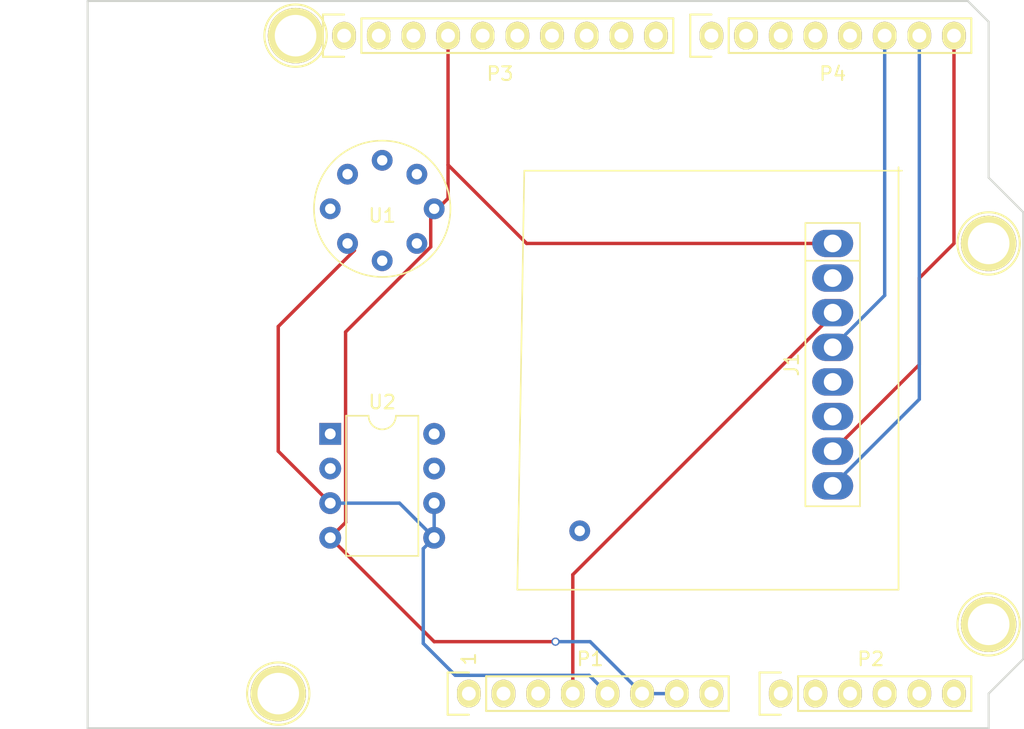
<source format=kicad_pcb>
(kicad_pcb (version 20171130) (host pcbnew "(5.1.8)-1")

  (general
    (thickness 1.6)
    (drawings 27)
    (tracks 38)
    (zones 0)
    (modules 11)
    (nets 43)
  )

  (page A4)
  (title_block
    (date "lun. 30 mars 2015")
  )

  (layers
    (0 F.Cu signal)
    (31 B.Cu signal)
    (32 B.Adhes user)
    (33 F.Adhes user)
    (34 B.Paste user)
    (35 F.Paste user)
    (36 B.SilkS user)
    (37 F.SilkS user)
    (38 B.Mask user)
    (39 F.Mask user)
    (40 Dwgs.User user)
    (41 Cmts.User user)
    (42 Eco1.User user)
    (43 Eco2.User user)
    (44 Edge.Cuts user)
    (45 Margin user)
    (46 B.CrtYd user)
    (47 F.CrtYd user)
    (48 B.Fab user)
    (49 F.Fab user)
  )

  (setup
    (last_trace_width 0.25)
    (trace_clearance 0.2)
    (zone_clearance 0.508)
    (zone_45_only no)
    (trace_min 0.2)
    (via_size 0.6)
    (via_drill 0.4)
    (via_min_size 0.4)
    (via_min_drill 0.3)
    (uvia_size 0.3)
    (uvia_drill 0.1)
    (uvias_allowed no)
    (uvia_min_size 0.2)
    (uvia_min_drill 0.1)
    (edge_width 0.15)
    (segment_width 0.15)
    (pcb_text_width 0.3)
    (pcb_text_size 1.5 1.5)
    (mod_edge_width 0.15)
    (mod_text_size 1 1)
    (mod_text_width 0.15)
    (pad_size 4.064 4.064)
    (pad_drill 3.048)
    (pad_to_mask_clearance 0)
    (aux_axis_origin 110.998 126.365)
    (grid_origin 110.998 126.365)
    (visible_elements 7FFFFFFF)
    (pcbplotparams
      (layerselection 0x00030_80000001)
      (usegerberextensions false)
      (usegerberattributes false)
      (usegerberadvancedattributes false)
      (creategerberjobfile false)
      (excludeedgelayer true)
      (linewidth 0.100000)
      (plotframeref false)
      (viasonmask false)
      (mode 1)
      (useauxorigin false)
      (hpglpennumber 1)
      (hpglpenspeed 20)
      (hpglpendiameter 15.000000)
      (psnegative false)
      (psa4output false)
      (plotreference true)
      (plotvalue true)
      (plotinvisibletext false)
      (padsonsilk false)
      (subtractmaskfromsilk false)
      (outputformat 1)
      (mirror false)
      (drillshape 1)
      (scaleselection 1)
      (outputdirectory ""))
  )

  (net 0 "")
  (net 1 /IOREF)
  (net 2 /Reset)
  (net 3 +5V)
  (net 4 GND)
  (net 5 /Vin)
  (net 6 /A0)
  (net 7 /A1)
  (net 8 /A2)
  (net 9 /A3)
  (net 10 /AREF)
  (net 11 "/A4(SDA)")
  (net 12 "/A5(SCL)")
  (net 13 "/9(**)")
  (net 14 /8)
  (net 15 /7)
  (net 16 "/6(**)")
  (net 17 "/5(**)")
  (net 18 /4)
  (net 19 "/3(**)")
  (net 20 /2)
  (net 21 "/1(Tx)")
  (net 22 "/0(Rx)")
  (net 23 "Net-(P5-Pad1)")
  (net 24 "Net-(P6-Pad1)")
  (net 25 "Net-(P7-Pad1)")
  (net 26 "Net-(P8-Pad1)")
  (net 27 "/13(SCK)")
  (net 28 "/10(**/SS)")
  (net 29 "Net-(P1-Pad1)")
  (net 30 +3V3)
  (net 31 "/12(MISO)")
  (net 32 "/11(**/MOSI)")
  (net 33 "Net-(J1-Pad2)")
  (net 34 "Net-(J1-Pad5)")
  (net 35 "Net-(J1-Pad6)")
  (net 36 "Net-(P3-Pad1)")
  (net 37 "Net-(P3-Pad2)")
  (net 38 "Net-(R4-Pad2)")
  (net 39 "Net-(U2-Pad1)")
  (net 40 "Net-(U2-Pad2)")
  (net 41 "Net-(U2-Pad7)")
  (net 42 "Net-(C4-Pad2)")

  (net_class Default "This is the default net class."
    (clearance 0.2)
    (trace_width 0.25)
    (via_dia 0.6)
    (via_drill 0.4)
    (uvia_dia 0.3)
    (uvia_drill 0.1)
    (add_net +3V3)
    (add_net +5V)
    (add_net "/0(Rx)")
    (add_net "/1(Tx)")
    (add_net "/10(**/SS)")
    (add_net "/11(**/MOSI)")
    (add_net "/12(MISO)")
    (add_net "/13(SCK)")
    (add_net /2)
    (add_net "/3(**)")
    (add_net /4)
    (add_net "/5(**)")
    (add_net "/6(**)")
    (add_net /7)
    (add_net /8)
    (add_net "/9(**)")
    (add_net /A0)
    (add_net /A1)
    (add_net /A2)
    (add_net /A3)
    (add_net "/A4(SDA)")
    (add_net "/A5(SCL)")
    (add_net /AREF)
    (add_net /IOREF)
    (add_net /Reset)
    (add_net /Vin)
    (add_net GND)
    (add_net "Net-(C4-Pad2)")
    (add_net "Net-(J1-Pad2)")
    (add_net "Net-(J1-Pad5)")
    (add_net "Net-(J1-Pad6)")
    (add_net "Net-(P1-Pad1)")
    (add_net "Net-(P3-Pad1)")
    (add_net "Net-(P3-Pad2)")
    (add_net "Net-(P5-Pad1)")
    (add_net "Net-(P6-Pad1)")
    (add_net "Net-(P7-Pad1)")
    (add_net "Net-(P8-Pad1)")
    (add_net "Net-(R4-Pad2)")
    (add_net "Net-(U2-Pad1)")
    (add_net "Net-(U2-Pad2)")
    (add_net "Net-(U2-Pad7)")
  )

  (module Capteur_AIME:Capteur_AIME (layer F.Cu) (tedit 5FE74ECC) (tstamp 5FD2495A)
    (at 132.588 88.265)
    (path /5FD696F0)
    (fp_text reference U1 (at 0 0.5) (layer F.SilkS)
      (effects (font (size 1 1) (thickness 0.15)))
    )
    (fp_text value Capteur_AIME (at 0 -0.5) (layer F.Fab)
      (effects (font (size 0.2 1) (thickness 0.05)))
    )
    (fp_circle (center 0 0) (end 5 0) (layer F.SilkS) (width 0.12))
    (pad 2 thru_hole circle (at -2.54 -2.54) (size 1.524 1.524) (drill 0.762) (layers *.Cu *.Mask)
      (net 3 +5V))
    (pad 8 thru_hole circle (at -2.54 2.54) (size 1.524 1.524) (drill 0.762) (layers *.Cu *.Mask))
    (pad 6 thru_hole circle (at 2.54 2.54) (size 1.524 1.524) (drill 0.762) (layers *.Cu *.Mask))
    (pad 5 thru_hole circle (at 3.81 0) (size 1.524 1.524) (drill 0.762) (layers *.Cu *.Mask)
      (net 4 GND))
    (pad 3 thru_hole circle (at 0 -3.556) (size 1.524 1.524) (drill 0.762) (layers *.Cu *.Mask)
      (net 3 +5V))
    (pad 4 thru_hole circle (at 2.54 -2.54) (size 1.524 1.524) (drill 0.762) (layers *.Cu *.Mask)
      (net 38 "Net-(R4-Pad2)"))
    (pad 1 thru_hole circle (at -3.81 0) (size 1.524 1.524) (drill 0.762) (layers *.Cu *.Mask))
    (pad 7 thru_hole circle (at 0 3.81) (size 1.524 1.524) (drill 0.762) (layers *.Cu *.Mask))
  )

  (module Capteur_AIME:RN2483_new (layer F.Cu) (tedit 5FE74D6C) (tstamp 5FD24935)
    (at 165.608 99.695 270)
    (path /5FD277BF)
    (fp_text reference J1 (at 0 3 270) (layer F.SilkS)
      (effects (font (size 1 1) (thickness 0.15)))
    )
    (fp_text value Conn_01x08_Female (at 0 -3 270) (layer F.Fab)
      (effects (font (size 1 1) (thickness 0.15)))
    )
    (fp_line (start -10.39 -2) (end 10.39 -2) (layer F.SilkS) (width 0.12))
    (fp_line (start 10.39 -2) (end 10.39 2) (layer F.SilkS) (width 0.12))
    (fp_line (start 10.39 2) (end -10.39 2) (layer F.SilkS) (width 0.12))
    (fp_line (start -10.39 2) (end -10.39 -2) (layer F.SilkS) (width 0.12))
    (fp_line (start -7.62 -2) (end -7.62 2) (layer F.SilkS) (width 0.12))
    (fp_line (start -10.14 -1.75) (end 10.14 -1.75) (layer F.CrtYd) (width 0.05))
    (fp_line (start 10.14 -1.75) (end 10.14 1.75) (layer F.CrtYd) (width 0.05))
    (fp_line (start 10.14 1.75) (end -10.14 1.75) (layer F.CrtYd) (width 0.05))
    (fp_line (start -10.14 1.75) (end -10.14 -1.75) (layer F.CrtYd) (width 0.05))
    (fp_line (start -14.478 -4.826) (end 16.51 -4.826) (layer F.SilkS) (width 0.12))
    (fp_line (start 16.51 -4.826) (end 16.51 23.114) (layer F.SilkS) (width 0.12))
    (fp_line (start 16.51 23.114) (end -14.224 22.606) (layer F.SilkS) (width 0.12))
    (fp_line (start -14.224 22.606) (end -14.224 -5.08) (layer F.SilkS) (width 0.12))
    (pad 1 thru_hole oval (at -8.89 0 270) (size 2 3) (drill 1.3) (layers *.Cu *.Mask)
      (net 4 GND))
    (pad 2 thru_hole oval (at -6.35 0 270) (size 2 3) (drill 1.3) (layers *.Cu *.Mask)
      (net 33 "Net-(J1-Pad2)"))
    (pad 3 thru_hole oval (at -3.81 0 270) (size 2 3) (drill 1.3) (layers *.Cu *.Mask)
      (net 30 +3V3))
    (pad 4 thru_hole oval (at -1.27 0 270) (size 2 3) (drill 1.3) (layers *.Cu *.Mask)
      (net 20 /2))
    (pad 5 thru_hole oval (at 1.27 0 270) (size 2 3) (drill 1.3) (layers *.Cu *.Mask)
      (net 34 "Net-(J1-Pad5)"))
    (pad 6 thru_hole oval (at 3.81 0 270) (size 2 3) (drill 1.3) (layers *.Cu *.Mask)
      (net 35 "Net-(J1-Pad6)"))
    (pad 7 thru_hole oval (at 6.35 0 270) (size 2 3) (drill 1.3) (layers *.Cu *.Mask)
      (net 22 "/0(Rx)"))
    (pad 8 thru_hole oval (at 8.89 0 270) (size 2 3) (drill 1.3) (layers *.Cu *.Mask)
      (net 21 "/1(Tx)"))
    (pad 9 thru_hole circle (at 12.192 18.542 270) (size 1.524 1.524) (drill 0.762) (layers *.Cu *.Mask))
    (model ${KIPRJMOD}/Socket_Arduino_Uno.3dshapes/Socket_header_Arduino_1x08.wrl
      (at (xyz 0 0 0))
      (scale (xyz 1 1 1))
      (rotate (xyz 0 0 0))
    )
  )

  (module Socket_Arduino_Uno:Socket_Strip_Arduino_1x08 locked (layer F.Cu) (tedit 5FE74D47) (tstamp 551AF9EA)
    (at 138.938 123.825)
    (descr "Through hole socket strip")
    (tags "socket strip")
    (path /56D70129)
    (fp_text reference P1 (at 8.89 -2.54) (layer F.SilkS)
      (effects (font (size 1 1) (thickness 0.15)))
    )
    (fp_text value Power (at 8.89 -4.064) (layer F.Fab)
      (effects (font (size 1 1) (thickness 0.15)))
    )
    (fp_line (start -1.75 -1.75) (end -1.75 1.75) (layer F.CrtYd) (width 0.05))
    (fp_line (start 19.55 -1.75) (end 19.55 1.75) (layer F.CrtYd) (width 0.05))
    (fp_line (start -1.75 -1.75) (end 19.55 -1.75) (layer F.CrtYd) (width 0.05))
    (fp_line (start -1.75 1.75) (end 19.55 1.75) (layer F.CrtYd) (width 0.05))
    (fp_line (start 1.27 1.27) (end 19.05 1.27) (layer F.SilkS) (width 0.15))
    (fp_line (start 19.05 1.27) (end 19.05 -1.27) (layer F.SilkS) (width 0.15))
    (fp_line (start 19.05 -1.27) (end 1.27 -1.27) (layer F.SilkS) (width 0.15))
    (fp_line (start -1.55 1.55) (end 0 1.55) (layer F.SilkS) (width 0.15))
    (fp_line (start 1.27 1.27) (end 1.27 -1.27) (layer F.SilkS) (width 0.15))
    (fp_line (start 0 -1.55) (end -1.55 -1.55) (layer F.SilkS) (width 0.15))
    (fp_line (start -1.55 -1.55) (end -1.55 1.55) (layer F.SilkS) (width 0.15))
    (pad 1 thru_hole oval (at 0 0) (size 1.7272 2.032) (drill 1.016) (layers *.Cu *.Mask F.SilkS)
      (net 29 "Net-(P1-Pad1)"))
    (pad 2 thru_hole oval (at 2.54 0) (size 1.7272 2.032) (drill 1.016) (layers *.Cu *.Mask F.SilkS)
      (net 1 /IOREF))
    (pad 3 thru_hole oval (at 5.08 0) (size 1.7272 2.032) (drill 1.016) (layers *.Cu *.Mask F.SilkS)
      (net 2 /Reset))
    (pad 4 thru_hole oval (at 7.62 0) (size 1.7272 2.032) (drill 1.016) (layers *.Cu *.Mask F.SilkS)
      (net 30 +3V3))
    (pad 5 thru_hole oval (at 10.16 0) (size 1.7272 2.032) (drill 1.016) (layers *.Cu *.Mask F.SilkS)
      (net 3 +5V))
    (pad 6 thru_hole oval (at 12.7 0) (size 1.7272 2.032) (drill 1.016) (layers *.Cu *.Mask F.SilkS)
      (net 4 GND))
    (pad 7 thru_hole oval (at 15.24 0) (size 1.7272 2.032) (drill 1.016) (layers *.Cu *.Mask F.SilkS)
      (net 4 GND))
    (pad 8 thru_hole oval (at 17.78 0) (size 1.7272 2.032) (drill 1.016) (layers *.Cu *.Mask F.SilkS)
      (net 5 /Vin))
    (model ${KIPRJMOD}/Socket_Arduino_Uno.3dshapes/Socket_header_Arduino_1x08.wrl
      (offset (xyz 8.889999866485596 0 0))
      (scale (xyz 1 1 1))
      (rotate (xyz 0 0 180))
    )
  )

  (module Socket_Arduino_Uno:Socket_Strip_Arduino_1x06 locked (layer F.Cu) (tedit 552168D6) (tstamp 551AF9FF)
    (at 161.798 123.825)
    (descr "Through hole socket strip")
    (tags "socket strip")
    (path /56D70DD8)
    (fp_text reference P2 (at 6.604 -2.54) (layer F.SilkS)
      (effects (font (size 1 1) (thickness 0.15)))
    )
    (fp_text value Analog (at 6.604 -4.064) (layer F.Fab)
      (effects (font (size 1 1) (thickness 0.15)))
    )
    (fp_line (start -1.75 -1.75) (end -1.75 1.75) (layer F.CrtYd) (width 0.05))
    (fp_line (start 14.45 -1.75) (end 14.45 1.75) (layer F.CrtYd) (width 0.05))
    (fp_line (start -1.75 -1.75) (end 14.45 -1.75) (layer F.CrtYd) (width 0.05))
    (fp_line (start -1.75 1.75) (end 14.45 1.75) (layer F.CrtYd) (width 0.05))
    (fp_line (start 1.27 1.27) (end 13.97 1.27) (layer F.SilkS) (width 0.15))
    (fp_line (start 13.97 1.27) (end 13.97 -1.27) (layer F.SilkS) (width 0.15))
    (fp_line (start 13.97 -1.27) (end 1.27 -1.27) (layer F.SilkS) (width 0.15))
    (fp_line (start -1.55 1.55) (end 0 1.55) (layer F.SilkS) (width 0.15))
    (fp_line (start 1.27 1.27) (end 1.27 -1.27) (layer F.SilkS) (width 0.15))
    (fp_line (start 0 -1.55) (end -1.55 -1.55) (layer F.SilkS) (width 0.15))
    (fp_line (start -1.55 -1.55) (end -1.55 1.55) (layer F.SilkS) (width 0.15))
    (pad 1 thru_hole oval (at 0 0) (size 1.7272 2.032) (drill 1.016) (layers *.Cu *.Mask F.SilkS)
      (net 6 /A0))
    (pad 2 thru_hole oval (at 2.54 0) (size 1.7272 2.032) (drill 1.016) (layers *.Cu *.Mask F.SilkS)
      (net 7 /A1))
    (pad 3 thru_hole oval (at 5.08 0) (size 1.7272 2.032) (drill 1.016) (layers *.Cu *.Mask F.SilkS)
      (net 8 /A2))
    (pad 4 thru_hole oval (at 7.62 0) (size 1.7272 2.032) (drill 1.016) (layers *.Cu *.Mask F.SilkS)
      (net 9 /A3))
    (pad 5 thru_hole oval (at 10.16 0) (size 1.7272 2.032) (drill 1.016) (layers *.Cu *.Mask F.SilkS)
      (net 11 "/A4(SDA)"))
    (pad 6 thru_hole oval (at 12.7 0) (size 1.7272 2.032) (drill 1.016) (layers *.Cu *.Mask F.SilkS)
      (net 12 "/A5(SCL)"))
    (model ${KIPRJMOD}/Socket_Arduino_Uno.3dshapes/Socket_header_Arduino_1x06.wrl
      (offset (xyz 6.349999904632568 0 0))
      (scale (xyz 1 1 1))
      (rotate (xyz 0 0 180))
    )
  )

  (module Socket_Arduino_Uno:Socket_Strip_Arduino_1x10 locked (layer F.Cu) (tedit 552168BF) (tstamp 551AFA18)
    (at 129.794 75.565)
    (descr "Through hole socket strip")
    (tags "socket strip")
    (path /56D721E0)
    (fp_text reference P3 (at 11.43 2.794) (layer F.SilkS)
      (effects (font (size 1 1) (thickness 0.15)))
    )
    (fp_text value Digital (at 11.43 4.318) (layer F.Fab)
      (effects (font (size 1 1) (thickness 0.15)))
    )
    (fp_line (start -1.75 -1.75) (end -1.75 1.75) (layer F.CrtYd) (width 0.05))
    (fp_line (start 24.65 -1.75) (end 24.65 1.75) (layer F.CrtYd) (width 0.05))
    (fp_line (start -1.75 -1.75) (end 24.65 -1.75) (layer F.CrtYd) (width 0.05))
    (fp_line (start -1.75 1.75) (end 24.65 1.75) (layer F.CrtYd) (width 0.05))
    (fp_line (start 1.27 1.27) (end 24.13 1.27) (layer F.SilkS) (width 0.15))
    (fp_line (start 24.13 1.27) (end 24.13 -1.27) (layer F.SilkS) (width 0.15))
    (fp_line (start 24.13 -1.27) (end 1.27 -1.27) (layer F.SilkS) (width 0.15))
    (fp_line (start -1.55 1.55) (end 0 1.55) (layer F.SilkS) (width 0.15))
    (fp_line (start 1.27 1.27) (end 1.27 -1.27) (layer F.SilkS) (width 0.15))
    (fp_line (start 0 -1.55) (end -1.55 -1.55) (layer F.SilkS) (width 0.15))
    (fp_line (start -1.55 -1.55) (end -1.55 1.55) (layer F.SilkS) (width 0.15))
    (pad 1 thru_hole oval (at 0 0) (size 1.7272 2.032) (drill 1.016) (layers *.Cu *.Mask F.SilkS)
      (net 36 "Net-(P3-Pad1)"))
    (pad 2 thru_hole oval (at 2.54 0) (size 1.7272 2.032) (drill 1.016) (layers *.Cu *.Mask F.SilkS)
      (net 37 "Net-(P3-Pad2)"))
    (pad 3 thru_hole oval (at 5.08 0) (size 1.7272 2.032) (drill 1.016) (layers *.Cu *.Mask F.SilkS)
      (net 10 /AREF))
    (pad 4 thru_hole oval (at 7.62 0) (size 1.7272 2.032) (drill 1.016) (layers *.Cu *.Mask F.SilkS)
      (net 4 GND))
    (pad 5 thru_hole oval (at 10.16 0) (size 1.7272 2.032) (drill 1.016) (layers *.Cu *.Mask F.SilkS)
      (net 27 "/13(SCK)"))
    (pad 6 thru_hole oval (at 12.7 0) (size 1.7272 2.032) (drill 1.016) (layers *.Cu *.Mask F.SilkS)
      (net 31 "/12(MISO)"))
    (pad 7 thru_hole oval (at 15.24 0) (size 1.7272 2.032) (drill 1.016) (layers *.Cu *.Mask F.SilkS)
      (net 32 "/11(**/MOSI)"))
    (pad 8 thru_hole oval (at 17.78 0) (size 1.7272 2.032) (drill 1.016) (layers *.Cu *.Mask F.SilkS)
      (net 28 "/10(**/SS)"))
    (pad 9 thru_hole oval (at 20.32 0) (size 1.7272 2.032) (drill 1.016) (layers *.Cu *.Mask F.SilkS)
      (net 13 "/9(**)"))
    (pad 10 thru_hole oval (at 22.86 0) (size 1.7272 2.032) (drill 1.016) (layers *.Cu *.Mask F.SilkS)
      (net 14 /8))
    (model ${KIPRJMOD}/Socket_Arduino_Uno.3dshapes/Socket_header_Arduino_1x10.wrl
      (offset (xyz 11.42999982833862 0 0))
      (scale (xyz 1 1 1))
      (rotate (xyz 0 0 180))
    )
  )

  (module Socket_Arduino_Uno:Socket_Strip_Arduino_1x08 locked (layer F.Cu) (tedit 552168C7) (tstamp 551AFA2F)
    (at 156.718 75.565)
    (descr "Through hole socket strip")
    (tags "socket strip")
    (path /56D7164F)
    (fp_text reference P4 (at 8.89 2.794) (layer F.SilkS)
      (effects (font (size 1 1) (thickness 0.15)))
    )
    (fp_text value Digital (at 8.89 4.318) (layer F.Fab)
      (effects (font (size 1 1) (thickness 0.15)))
    )
    (fp_line (start -1.75 -1.75) (end -1.75 1.75) (layer F.CrtYd) (width 0.05))
    (fp_line (start 19.55 -1.75) (end 19.55 1.75) (layer F.CrtYd) (width 0.05))
    (fp_line (start -1.75 -1.75) (end 19.55 -1.75) (layer F.CrtYd) (width 0.05))
    (fp_line (start -1.75 1.75) (end 19.55 1.75) (layer F.CrtYd) (width 0.05))
    (fp_line (start 1.27 1.27) (end 19.05 1.27) (layer F.SilkS) (width 0.15))
    (fp_line (start 19.05 1.27) (end 19.05 -1.27) (layer F.SilkS) (width 0.15))
    (fp_line (start 19.05 -1.27) (end 1.27 -1.27) (layer F.SilkS) (width 0.15))
    (fp_line (start -1.55 1.55) (end 0 1.55) (layer F.SilkS) (width 0.15))
    (fp_line (start 1.27 1.27) (end 1.27 -1.27) (layer F.SilkS) (width 0.15))
    (fp_line (start 0 -1.55) (end -1.55 -1.55) (layer F.SilkS) (width 0.15))
    (fp_line (start -1.55 -1.55) (end -1.55 1.55) (layer F.SilkS) (width 0.15))
    (pad 1 thru_hole oval (at 0 0) (size 1.7272 2.032) (drill 1.016) (layers *.Cu *.Mask F.SilkS)
      (net 15 /7))
    (pad 2 thru_hole oval (at 2.54 0) (size 1.7272 2.032) (drill 1.016) (layers *.Cu *.Mask F.SilkS)
      (net 16 "/6(**)"))
    (pad 3 thru_hole oval (at 5.08 0) (size 1.7272 2.032) (drill 1.016) (layers *.Cu *.Mask F.SilkS)
      (net 17 "/5(**)"))
    (pad 4 thru_hole oval (at 7.62 0) (size 1.7272 2.032) (drill 1.016) (layers *.Cu *.Mask F.SilkS)
      (net 18 /4))
    (pad 5 thru_hole oval (at 10.16 0) (size 1.7272 2.032) (drill 1.016) (layers *.Cu *.Mask F.SilkS)
      (net 19 "/3(**)"))
    (pad 6 thru_hole oval (at 12.7 0) (size 1.7272 2.032) (drill 1.016) (layers *.Cu *.Mask F.SilkS)
      (net 20 /2))
    (pad 7 thru_hole oval (at 15.24 0) (size 1.7272 2.032) (drill 1.016) (layers *.Cu *.Mask F.SilkS)
      (net 21 "/1(Tx)"))
    (pad 8 thru_hole oval (at 17.78 0) (size 1.7272 2.032) (drill 1.016) (layers *.Cu *.Mask F.SilkS)
      (net 22 "/0(Rx)"))
    (model ${KIPRJMOD}/Socket_Arduino_Uno.3dshapes/Socket_header_Arduino_1x08.wrl
      (offset (xyz 8.889999866485596 0 0))
      (scale (xyz 1 1 1))
      (rotate (xyz 0 0 180))
    )
  )

  (module Socket_Arduino_Uno:Arduino_1pin locked (layer F.Cu) (tedit 5524FC39) (tstamp 5524FC3F)
    (at 124.968 123.825)
    (descr "module 1 pin (ou trou mecanique de percage)")
    (tags DEV)
    (path /56D71177)
    (fp_text reference P5 (at 0 -3.048) (layer F.SilkS) hide
      (effects (font (size 1 1) (thickness 0.15)))
    )
    (fp_text value CONN_01X01 (at 0 2.794) (layer F.Fab) hide
      (effects (font (size 1 1) (thickness 0.15)))
    )
    (fp_circle (center 0 0) (end 0 -2.286) (layer F.SilkS) (width 0.15))
    (pad 1 thru_hole circle (at 0 0) (size 4.064 4.064) (drill 3.048) (layers *.Cu *.Mask F.SilkS)
      (net 23 "Net-(P5-Pad1)"))
  )

  (module Socket_Arduino_Uno:Arduino_1pin locked (layer F.Cu) (tedit 5524FC4A) (tstamp 5524FC44)
    (at 177.038 118.745)
    (descr "module 1 pin (ou trou mecanique de percage)")
    (tags DEV)
    (path /56D71274)
    (fp_text reference P6 (at 0 -3.048) (layer F.SilkS) hide
      (effects (font (size 1 1) (thickness 0.15)))
    )
    (fp_text value CONN_01X01 (at 0 2.794) (layer F.Fab) hide
      (effects (font (size 1 1) (thickness 0.15)))
    )
    (fp_circle (center 0 0) (end 0 -2.286) (layer F.SilkS) (width 0.15))
    (pad 1 thru_hole circle (at 0 0) (size 4.064 4.064) (drill 3.048) (layers *.Cu *.Mask F.SilkS)
      (net 24 "Net-(P6-Pad1)"))
  )

  (module Socket_Arduino_Uno:Arduino_1pin locked (layer F.Cu) (tedit 5524FC2F) (tstamp 5524FC49)
    (at 126.238 75.565)
    (descr "module 1 pin (ou trou mecanique de percage)")
    (tags DEV)
    (path /56D712A8)
    (fp_text reference P7 (at 0 -3.048) (layer F.SilkS) hide
      (effects (font (size 1 1) (thickness 0.15)))
    )
    (fp_text value CONN_01X01 (at 0 2.794) (layer F.Fab) hide
      (effects (font (size 1 1) (thickness 0.15)))
    )
    (fp_circle (center 0 0) (end 0 -2.286) (layer F.SilkS) (width 0.15))
    (pad 1 thru_hole circle (at 0 0) (size 4.064 4.064) (drill 3.048) (layers *.Cu *.Mask F.SilkS)
      (net 25 "Net-(P7-Pad1)"))
  )

  (module Socket_Arduino_Uno:Arduino_1pin locked (layer F.Cu) (tedit 5524FC41) (tstamp 5524FC4E)
    (at 177.038 90.805)
    (descr "module 1 pin (ou trou mecanique de percage)")
    (tags DEV)
    (path /56D712DB)
    (fp_text reference P8 (at 0 -3.048) (layer F.SilkS) hide
      (effects (font (size 1 1) (thickness 0.15)))
    )
    (fp_text value CONN_01X01 (at 0 2.794) (layer F.Fab) hide
      (effects (font (size 1 1) (thickness 0.15)))
    )
    (fp_circle (center 0 0) (end 0 -2.286) (layer F.SilkS) (width 0.15))
    (pad 1 thru_hole circle (at 0 0) (size 4.064 4.064) (drill 3.048) (layers *.Cu *.Mask F.SilkS)
      (net 26 "Net-(P8-Pad1)"))
  )

  (module Package_DIP:DIP-8_W7.62mm (layer F.Cu) (tedit 5A02E8C5) (tstamp 5FD24976)
    (at 128.778 104.775)
    (descr "8-lead though-hole mounted DIP package, row spacing 7.62 mm (300 mils)")
    (tags "THT DIP DIL PDIP 2.54mm 7.62mm 300mil")
    (path /5FD1A7BA)
    (fp_text reference U2 (at 3.81 -2.33) (layer F.SilkS)
      (effects (font (size 1 1) (thickness 0.15)))
    )
    (fp_text value LTC1100xN8 (at 3.81 9.95) (layer F.Fab)
      (effects (font (size 1 1) (thickness 0.15)))
    )
    (fp_line (start 1.635 -1.27) (end 6.985 -1.27) (layer F.Fab) (width 0.1))
    (fp_line (start 6.985 -1.27) (end 6.985 8.89) (layer F.Fab) (width 0.1))
    (fp_line (start 6.985 8.89) (end 0.635 8.89) (layer F.Fab) (width 0.1))
    (fp_line (start 0.635 8.89) (end 0.635 -0.27) (layer F.Fab) (width 0.1))
    (fp_line (start 0.635 -0.27) (end 1.635 -1.27) (layer F.Fab) (width 0.1))
    (fp_line (start 2.81 -1.33) (end 1.16 -1.33) (layer F.SilkS) (width 0.12))
    (fp_line (start 1.16 -1.33) (end 1.16 8.95) (layer F.SilkS) (width 0.12))
    (fp_line (start 1.16 8.95) (end 6.46 8.95) (layer F.SilkS) (width 0.12))
    (fp_line (start 6.46 8.95) (end 6.46 -1.33) (layer F.SilkS) (width 0.12))
    (fp_line (start 6.46 -1.33) (end 4.81 -1.33) (layer F.SilkS) (width 0.12))
    (fp_line (start -1.1 -1.55) (end -1.1 9.15) (layer F.CrtYd) (width 0.05))
    (fp_line (start -1.1 9.15) (end 8.7 9.15) (layer F.CrtYd) (width 0.05))
    (fp_line (start 8.7 9.15) (end 8.7 -1.55) (layer F.CrtYd) (width 0.05))
    (fp_line (start 8.7 -1.55) (end -1.1 -1.55) (layer F.CrtYd) (width 0.05))
    (fp_arc (start 3.81 -1.33) (end 2.81 -1.33) (angle -180) (layer F.SilkS) (width 0.12))
    (fp_text user %R (at 3.81 3.81) (layer F.Fab)
      (effects (font (size 1 1) (thickness 0.15)))
    )
    (pad 1 thru_hole rect (at 0 0) (size 1.6 1.6) (drill 0.8) (layers *.Cu *.Mask)
      (net 39 "Net-(U2-Pad1)"))
    (pad 5 thru_hole oval (at 7.62 7.62) (size 1.6 1.6) (drill 0.8) (layers *.Cu *.Mask)
      (net 3 +5V))
    (pad 2 thru_hole oval (at 0 2.54) (size 1.6 1.6) (drill 0.8) (layers *.Cu *.Mask)
      (net 40 "Net-(U2-Pad2)"))
    (pad 6 thru_hole oval (at 7.62 5.08) (size 1.6 1.6) (drill 0.8) (layers *.Cu *.Mask)
      (net 3 +5V))
    (pad 3 thru_hole oval (at 0 5.08) (size 1.6 1.6) (drill 0.8) (layers *.Cu *.Mask)
      (net 3 +5V))
    (pad 7 thru_hole oval (at 7.62 2.54) (size 1.6 1.6) (drill 0.8) (layers *.Cu *.Mask)
      (net 41 "Net-(U2-Pad7)"))
    (pad 4 thru_hole oval (at 0 7.62) (size 1.6 1.6) (drill 0.8) (layers *.Cu *.Mask)
      (net 4 GND))
    (pad 8 thru_hole oval (at 7.62 0) (size 1.6 1.6) (drill 0.8) (layers *.Cu *.Mask)
      (net 42 "Net-(C4-Pad2)"))
    (model ${KISYS3DMOD}/Package_DIP.3dshapes/DIP-8_W7.62mm.wrl
      (at (xyz 0 0 0))
      (scale (xyz 1 1 1))
      (rotate (xyz 0 0 0))
    )
  )

  (gr_text 1 (at 138.938 121.285 90) (layer F.SilkS)
    (effects (font (size 1 1) (thickness 0.15)))
  )
  (gr_circle (center 117.348 76.962) (end 118.618 76.962) (layer Dwgs.User) (width 0.15))
  (gr_line (start 114.427 78.994) (end 114.427 74.93) (angle 90) (layer Dwgs.User) (width 0.15))
  (gr_line (start 120.269 78.994) (end 114.427 78.994) (angle 90) (layer Dwgs.User) (width 0.15))
  (gr_line (start 120.269 74.93) (end 120.269 78.994) (angle 90) (layer Dwgs.User) (width 0.15))
  (gr_line (start 114.427 74.93) (end 120.269 74.93) (angle 90) (layer Dwgs.User) (width 0.15))
  (gr_line (start 120.523 93.98) (end 104.648 93.98) (angle 90) (layer Dwgs.User) (width 0.15))
  (gr_line (start 177.038 74.549) (end 175.514 73.025) (angle 90) (layer Edge.Cuts) (width 0.15))
  (gr_line (start 177.038 85.979) (end 177.038 74.549) (angle 90) (layer Edge.Cuts) (width 0.15))
  (gr_line (start 179.578 88.519) (end 177.038 85.979) (angle 90) (layer Edge.Cuts) (width 0.15))
  (gr_line (start 179.578 121.285) (end 179.578 88.519) (angle 90) (layer Edge.Cuts) (width 0.15))
  (gr_line (start 177.038 123.825) (end 179.578 121.285) (angle 90) (layer Edge.Cuts) (width 0.15))
  (gr_line (start 177.038 126.365) (end 177.038 123.825) (angle 90) (layer Edge.Cuts) (width 0.15))
  (gr_line (start 110.998 126.365) (end 177.038 126.365) (angle 90) (layer Edge.Cuts) (width 0.15))
  (gr_line (start 110.998 73.025) (end 110.998 126.365) (angle 90) (layer Edge.Cuts) (width 0.15))
  (gr_line (start 175.514 73.025) (end 110.998 73.025) (angle 90) (layer Edge.Cuts) (width 0.15))
  (gr_line (start 173.355 102.235) (end 173.355 94.615) (angle 90) (layer Dwgs.User) (width 0.15))
  (gr_line (start 178.435 102.235) (end 173.355 102.235) (angle 90) (layer Dwgs.User) (width 0.15))
  (gr_line (start 178.435 94.615) (end 178.435 102.235) (angle 90) (layer Dwgs.User) (width 0.15))
  (gr_line (start 173.355 94.615) (end 178.435 94.615) (angle 90) (layer Dwgs.User) (width 0.15))
  (gr_line (start 109.093 123.19) (end 109.093 114.3) (angle 90) (layer Dwgs.User) (width 0.15))
  (gr_line (start 122.428 123.19) (end 109.093 123.19) (angle 90) (layer Dwgs.User) (width 0.15))
  (gr_line (start 122.428 114.3) (end 122.428 123.19) (angle 90) (layer Dwgs.User) (width 0.15))
  (gr_line (start 109.093 114.3) (end 122.428 114.3) (angle 90) (layer Dwgs.User) (width 0.15))
  (gr_line (start 104.648 93.98) (end 104.648 82.55) (angle 90) (layer Dwgs.User) (width 0.15))
  (gr_line (start 120.523 82.55) (end 120.523 93.98) (angle 90) (layer Dwgs.User) (width 0.15))
  (gr_line (start 104.648 82.55) (end 120.523 82.55) (angle 90) (layer Dwgs.User) (width 0.15))

  (segment (start 130.556 91.313) (end 124.968 96.901) (width 0.25) (layer F.Cu) (net 3))
  (segment (start 124.968 106.045) (end 128.778 109.855) (width 0.25) (layer F.Cu) (net 3))
  (segment (start 124.968 96.901) (end 124.968 106.045) (width 0.25) (layer F.Cu) (net 3))
  (segment (start 135.598001 120.140003) (end 137.941988 122.48399) (width 0.25) (layer B.Cu) (net 3))
  (segment (start 147.75699 122.48399) (end 149.098 123.825) (width 0.25) (layer B.Cu) (net 3))
  (segment (start 135.598001 113.194999) (end 135.598001 120.140003) (width 0.25) (layer B.Cu) (net 3))
  (segment (start 137.941988 122.48399) (end 147.75699 122.48399) (width 0.25) (layer B.Cu) (net 3))
  (segment (start 136.398 112.395) (end 135.598001 113.194999) (width 0.25) (layer B.Cu) (net 3))
  (segment (start 136.398 109.855) (end 136.398 112.395) (width 0.25) (layer B.Cu) (net 3))
  (segment (start 133.858 109.855) (end 136.398 112.395) (width 0.25) (layer B.Cu) (net 3))
  (segment (start 128.778 109.855) (end 133.858 109.855) (width 0.25) (layer B.Cu) (net 3))
  (segment (start 143.171238 90.805) (end 165.608 90.805) (width 0.25) (layer F.Cu) (net 4))
  (segment (start 137.414 85.047762) (end 143.171238 90.805) (width 0.25) (layer F.Cu) (net 4))
  (segment (start 137.414 75.565) (end 137.414 85.047762) (width 0.25) (layer F.Cu) (net 4))
  (segment (start 137.414 87.503) (end 136.144 88.773) (width 0.25) (layer F.Cu) (net 4))
  (segment (start 137.414 85.047762) (end 137.414 87.503) (width 0.25) (layer F.Cu) (net 4))
  (segment (start 136.144 88.773) (end 136.144 91.059) (width 0.25) (layer F.Cu) (net 4))
  (via (at 128.778 112.395) (size 0.6) (drill 0.4) (layers F.Cu B.Cu) (net 4))
  (segment (start 129.903001 111.269999) (end 128.778 112.395) (width 0.25) (layer F.Cu) (net 4))
  (segment (start 129.903001 97.299999) (end 129.903001 111.269999) (width 0.25) (layer F.Cu) (net 4))
  (segment (start 136.144 91.059) (end 129.903001 97.299999) (width 0.25) (layer F.Cu) (net 4))
  (segment (start 154.178 123.825) (end 151.638 123.825) (width 0.25) (layer B.Cu) (net 4))
  (segment (start 128.778 112.395) (end 136.398 120.015) (width 0.25) (layer F.Cu) (net 4))
  (via (at 145.288 120.015) (size 0.6) (drill 0.4) (layers F.Cu B.Cu) (net 4))
  (segment (start 136.398 120.015) (end 145.288 120.015) (width 0.25) (layer F.Cu) (net 4))
  (segment (start 147.828 120.015) (end 151.638 123.825) (width 0.25) (layer B.Cu) (net 4))
  (segment (start 145.288 120.015) (end 147.828 120.015) (width 0.25) (layer B.Cu) (net 4))
  (segment (start 169.418 94.615) (end 165.608 98.425) (width 0.25) (layer B.Cu) (net 20))
  (segment (start 169.418 75.565) (end 169.418 94.615) (width 0.25) (layer B.Cu) (net 20))
  (segment (start 171.958 75.565) (end 171.958 102.235) (width 0.25) (layer B.Cu) (net 21))
  (segment (start 171.958 102.235) (end 165.608 108.585) (width 0.25) (layer B.Cu) (net 21))
  (segment (start 174.498 75.565) (end 174.498 90.805) (width 0.25) (layer F.Cu) (net 22))
  (segment (start 174.498 90.805) (end 171.958 93.345) (width 0.25) (layer F.Cu) (net 22))
  (segment (start 171.958 99.695) (end 165.608 106.045) (width 0.25) (layer F.Cu) (net 22))
  (segment (start 171.958 93.345) (end 171.958 99.695) (width 0.25) (layer F.Cu) (net 22))
  (segment (start 146.558 115.101153) (end 146.558 123.825) (width 0.25) (layer F.Cu) (net 30))
  (segment (start 165.774153 95.885) (end 146.558 115.101153) (width 0.25) (layer F.Cu) (net 30))
  (segment (start 165.608 95.885) (end 165.774153 95.885) (width 0.25) (layer F.Cu) (net 30))

)

</source>
